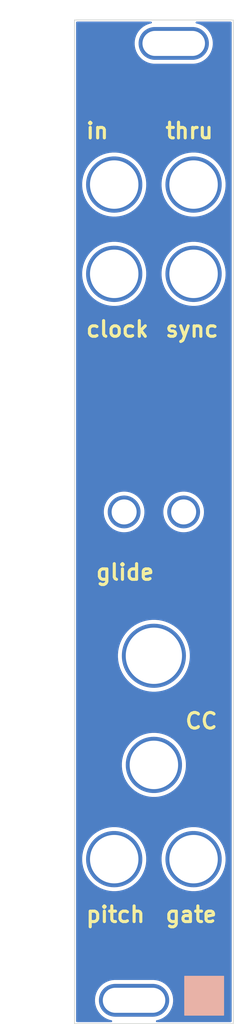
<source format=kicad_pcb>
(kicad_pcb (version 20241229) (generator "pcbnew") (generator_version "9.0")
  (layers (0 "F.Cu" signal) (2 "B.Cu" signal) (13 "F.Paste" user) (15 "B.Paste" user) (5 "F.SilkS" user "F.Silkscreen") (7 "B.SilkS" user "B.Silkscreen") (1 "F.Mask" user) (3 "B.Mask" user) (25 "Edge.Cuts" user))
  (net 0 "")
  (footprint "Custom:DrillHole_D6.00" (layer "F.Cu") (at 153.58 52.5)
    (property "Reference" "H6" (hide yes))
    (property "Value" "6mm")
    (pad "" thru_hole circle (at 0 0) (size 7.2 7.2) (drill 6.2) (layers "*.Cu" "*.Mask"))
  )
  (footprint "Custom:DrillHole_D6.00" (layer "F.Cu") (at 143.42 52.5)
    (property "Reference" "H2" (hide yes))
    (property "Value" "6mm")
    (pad "" thru_hole circle (at 0 0) (size 7.2 7.2) (drill 6.2) (layers "*.Cu" "*.Mask"))
  )
  (footprint "Custom:DrillHole_D3.00" (layer "F.Cu") (at 152.31 82.98)
    (property "Reference" "H9" (hide yes))
    (property "Value" "3mm")
    (pad "" thru_hole circle (at 0 0) (size 4.2 4.2) (drill 3.2) (layers "*.Cu" "*.Mask"))
  )
  (footprint "Custom:DrillHole_D7.00" (layer "F.Cu") (at 148.5 101.395)
    (property "Reference" "H10" (hide yes))
    (property "Value" "7mm")
    (pad "" thru_hole circle (at 0 0) (size 8.2 8.2) (drill 7.2) (layers "*.Cu" "*.Mask"))
  )
  (footprint "Custom:DrillHole_D6.00" (layer "F.Cu") (at 148.5 115.365)
    (property "Reference" "H3" (hide yes))
    (property "Value" "6mm")
    (pad "" thru_hole circle (at 0 0) (size 7.2 7.2) (drill 6.2) (layers "*.Cu" "*.Mask"))
  )
  (footprint "PCM_kikit:Board" (layer "F.Cu") (at 138.34 23.29)
    (property "Reference" "F")
    (property "Value" "Board")
  )
  (footprint "Custom:DrillHole_D6.00" (layer "F.Cu") (at 153.58 41.07)
    (property "Reference" "H5" (hide yes))
    (property "Value" "6mm")
    (pad "" thru_hole circle (at 0 0) (size 7.2 7.2) (drill 6.2) (layers "*.Cu" "*.Mask"))
  )
  (footprint "Custom:DrillHole_D6.00" (layer "F.Cu") (at 153.58 127.43)
    (property "Reference" "H7" (hide yes))
    (property "Value" "6mm")
    (pad "" thru_hole circle (at 0 0) (size 7.2 7.2) (drill 6.2) (layers "*.Cu" "*.Mask"))
  )
  (footprint "Custom:DrillHole_D3.00" (layer "F.Cu") (at 144.69 82.98)
    (property "Reference" "H8" (hide yes))
    (property "Value" "3mm")
    (pad "" thru_hole circle (at 0 0) (size 4.2 4.2) (drill 3.2) (layers "*.Cu" "*.Mask"))
  )
  (footprint "Custom:Front_Plate_4hp_cut" (layer "F.Cu") (at 148.5 84.25)
    (property "Reference" "B3" (hide yes))
    (property "Value" "Front_Plate" (hide yes))
    (pad "" thru_hole oval (at -2.54 61.25) (size 9 4.2) (drill oval 8 3.2) (layers "*.Cu" "*.Mask"))
    (pad "" thru_hole oval (at 2.54 -61.25) (size 9 4.2) (drill oval 8 3.2) (layers "*.Cu" "*.Mask"))
  )
  (footprint "Custom:DrillHole_D6.00" (layer "F.Cu") (at 143.42 41.07)
    (property "Reference" "H1" (hide yes))
    (property "Value" "6mm")
    (pad "" thru_hole circle (at 0 0) (size 7.2 7.2) (drill 6.2) (layers "*.Cu" "*.Mask"))
  )
  (footprint "Custom:DrillHole_D6.00" (layer "F.Cu") (at 143.42 127.43)
    (property "Reference" "H4" (hide yes))
    (property "Value" "6mm")
    (pad "" thru_hole circle (at 0 0) (size 7.2 7.2) (drill 6.2) (layers "*.Cu" "*.Mask"))
  )
  (gr_rect (start 152.437 142.416) (end 157.437 147.416) (stroke (width 0.1)) (fill yes) (layer "B.SilkS"))
  (gr_line (start 138.34 148.5) (end 138.34 20) (stroke (width 0.1)) (layer "Edge.Cuts"))
  (gr_line (start 158.66 148.5) (end 138.34 148.5) (stroke (width 0.1)) (layer "Edge.Cuts"))
  (gr_line (start 138.34 20) (end 158.66 20) (stroke (width 0.1)) (layer "Edge.Cuts"))
  (gr_line (start 158.66 20) (end 158.66 148.5) (stroke (width 0.1)) (layer "Edge.Cuts"))
  (gr_text "sync" (at 149.77 60.755 0) (layer "F.SilkS") (effects (font (size 2 2) (thickness 0.4) (bold yes)) (justify left bottom)))
  (gr_text "in" (at 139.61 35.355 0) (layer "F.SilkS") (effects (font (size 2 2) (thickness 0.4) (bold yes)) (justify left bottom)))
  (gr_text "thru" (at 149.77 35.355 0) (layer "F.SilkS") (effects (font (size 2 2) (thickness 0.4) (bold yes)) (justify left bottom)))
  (gr_text "CC" (at 152.31 110.92 0) (layer "F.SilkS") (effects (font (size 2 2) (thickness 0.4) (bold yes)) (justify left bottom)))
  (gr_text "glide" (at 140.88 91.87 0) (layer "F.SilkS") (effects (font (size 2 2) (thickness 0.4) (bold yes)) (justify left bottom)))
  (gr_text "gate" (at 149.77 135.685 0) (layer "F.SilkS") (effects (font (size 2 2) (thickness 0.4) (bold yes)) (justify left bottom)))
  (gr_text "pitch" (at 139.61 135.685 0) (layer "F.SilkS") (effects (font (size 2 2) (thickness 0.4) (bold yes)) (justify left bottom)))
  (gr_text "clock" (at 139.61 60.755 0) (layer "F.SilkS") (effects (font (size 2 2) (thickness 0.4) (bold yes)) (justify left bottom)))
  (zone (net 0) (net_name "") (layers "F.Cu" "B.Cu") (priority 1) (connect_pads (clearance 0.5)) (min_thickness 0.25) (fill yes (thermal_gap 0.5) (thermal_bridge_width 0.5) (island_removal_mode 1) (island_area_min 10))
    (polygon (pts (xy 138.34 20.115) (xy 158.66 20.115) (xy 158.66 148.385) (xy 138.34 148.385)))
  )
)
</source>
